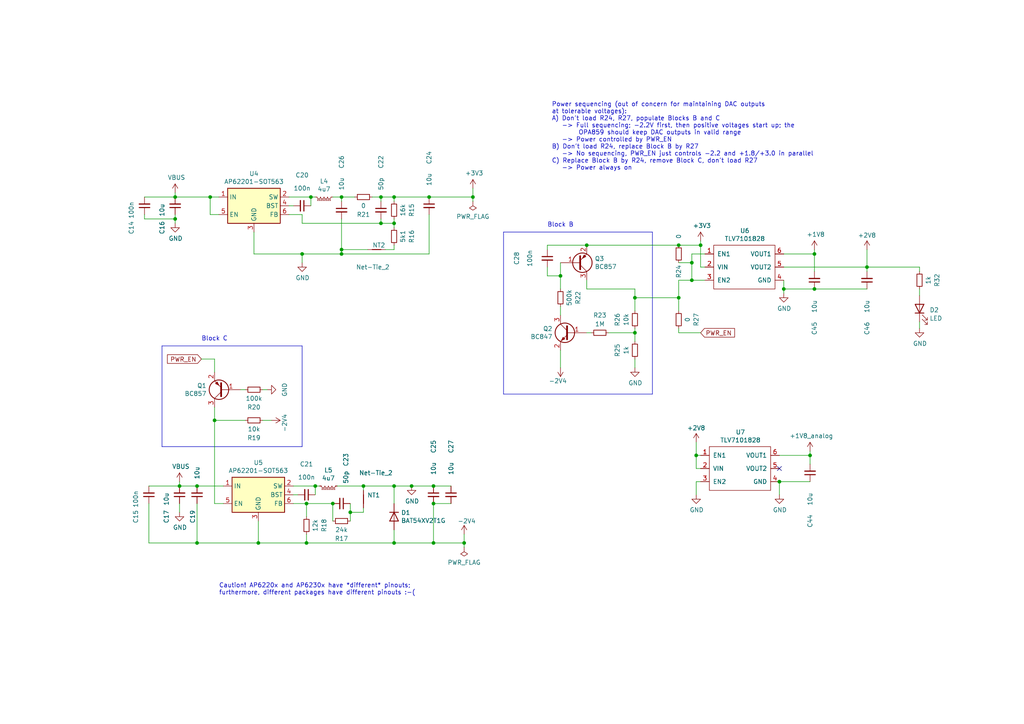
<source format=kicad_sch>
(kicad_sch (version 20230121) (generator eeschema)
  (paper "A4")
  (lib_symbols
    (symbol "Device:C_Small" (pin_numbers hide) (pin_names (offset 0.254) hide)
      (property "Reference" "C" (at 0.254 1.778 0))
      (property "Value" "C_Small" (at 0.254 -2.032 0))
      (symbol "C_Small_0_1"
        (polyline (pts (xy -1.524 -0.508) (xy 1.524 -0.508)) (stroke (width 0.3302)))
        (polyline (pts (xy -1.524 0.508) (xy 1.524 0.508)) (stroke (width 0.3048)))
      )
      (symbol "C_Small_1_1"
        (pin passive line (at 0 2.54 270) (length 2.032) (name "~") (number "1"))
        (pin passive line (at 0 -2.54 90) (length 2.032) (name "~") (number "2"))
      )
    )
    (symbol "Device:D" (pin_numbers hide) (pin_names (offset 1.016) hide)
      (property "Reference" "D" (at 0 2.54 0))
      (property "Value" "D" (at 0 -2.54 0))
      (symbol "D_0_1"
        (polyline (pts (xy -1.27 1.27) (xy -1.27 -1.27)) (stroke (width 0.254)))
        (polyline (pts (xy 1.27 0) (xy -1.27 0)))
        (polyline (pts (xy 1.27 1.27) (xy 1.27 -1.27) (xy -1.27 0) (xy 1.27 1.27)) (stroke (width 0.254)))
      )
      (symbol "D_1_1"
        (pin passive line (at -3.81 0 0) (length 2.54) (name "K") (number "1"))
        (pin passive line (at 3.81 0 180) (length 2.54) (name "A") (number "2"))
      )
    )
    (symbol "Device:LED" (pin_numbers hide) (pin_names (offset 1.016) hide)
      (property "Reference" "D" (at 0 2.54 0))
      (property "Value" "LED" (at 0 -2.54 0))
      (symbol "LED_0_1"
        (polyline (pts (xy -1.27 -1.27) (xy -1.27 1.27)) (stroke (width 0.254)))
        (polyline (pts (xy -1.27 0) (xy 1.27 0)))
        (polyline (pts (xy 1.27 -1.27) (xy 1.27 1.27) (xy -1.27 0) (xy 1.27 -1.27)) (stroke (width 0.254)))
        (polyline (pts (xy -3.048 -0.762) (xy -4.572 -2.286) (xy -3.81 -2.286) (xy -4.572 -2.286) (xy -4.572 -1.524)))
        (polyline (pts (xy -1.778 -0.762) (xy -3.302 -2.286) (xy -2.54 -2.286) (xy -3.302 -2.286) (xy -3.302 -1.524)))
      )
      (symbol "LED_1_1"
        (pin passive line (at -3.81 0 0) (length 2.54) (name "K") (number "1"))
        (pin passive line (at 3.81 0 180) (length 2.54) (name "A") (number "2"))
      )
    )
    (symbol "Device:R_Small" (pin_numbers hide) (pin_names (offset 0.254) hide)
      (property "Reference" "R" (at 0.762 0.508 0))
      (property "Value" "R_Small" (at 0.762 -1.016 0))
      (symbol "R_Small_0_1"
        (rectangle (start -0.762 1.778) (end 0.762 -1.778) (stroke (width 0.2032)))
      )
      (symbol "R_Small_1_1"
        (pin passive line (at 0 2.54 270) (length 0.762) (name "~") (number "1"))
        (pin passive line (at 0 -2.54 90) (length 0.762) (name "~") (number "2"))
      )
    )
    (symbol "Transistor_BJT:BC847" (pin_names (offset 0) hide)
      (property "Reference" "Q" (at 5.08 1.905 0))
      (property "Value" "BC847" (at 5.08 0 0))
      (symbol "BC847_0_1"
        (polyline (pts (xy 0.635 0.635) (xy 2.54 2.54)))
        (polyline (pts (xy 0.635 -0.635) (xy 2.54 -2.54) (xy 2.54 -2.54)))
        (polyline (pts (xy 0.635 1.905) (xy 0.635 -1.905) (xy 0.635 -1.905)) (stroke (width 0.508)))
        (polyline (pts (xy 1.27 -1.778) (xy 1.778 -1.27) (xy 2.286 -2.286) (xy 1.27 -1.778) (xy 1.27 -1.778)) (fill (type outline)))
        (circle (center 1.27 0) (radius 2.8194) (stroke (width 0.254)))
      )
      (symbol "BC847_1_1"
        (pin input line (at -5.08 0 0) (length 5.715) (name "B") (number "1"))
        (pin passive line (at 2.54 -5.08 90) (length 2.54) (name "E") (number "2"))
        (pin passive line (at 2.54 5.08 270) (length 2.54) (name "C") (number "3"))
      )
    )
    (symbol "Transistor_BJT:BC857" (pin_names (offset 0) hide)
      (property "Reference" "Q" (at 5.08 1.905 0))
      (property "Value" "BC857" (at 5.08 0 0))
      (symbol "BC857_0_1"
        (polyline (pts (xy 0.635 0.635) (xy 2.54 2.54)))
        (polyline (pts (xy 0.635 -0.635) (xy 2.54 -2.54) (xy 2.54 -2.54)))
        (polyline (pts (xy 0.635 1.905) (xy 0.635 -1.905) (xy 0.635 -1.905)) (stroke (width 0.508)))
        (polyline (pts (xy 2.286 -1.778) (xy 1.778 -2.286) (xy 1.27 -1.27) (xy 2.286 -1.778) (xy 2.286 -1.778)) (fill (type outline)))
        (circle (center 1.27 0) (radius 2.8194) (stroke (width 0.254)))
      )
      (symbol "BC857_1_1"
        (pin input line (at -5.08 0 0) (length 5.715) (name "B") (number "1"))
        (pin passive line (at 2.54 -5.08 90) (length 2.54) (name "E") (number "2"))
        (pin passive line (at 2.54 5.08 270) (length 2.54) (name "C") (number "3"))
      )
    )
    (symbol "fmc:+1V8_analog" (power) (pin_names (offset 0))
      (property "Value" "+1V8_analog" (at 0 3.556 0))
      (symbol "+1V8_analog_0_1"
        (polyline (pts (xy -0.762 1.27) (xy 0 2.54)))
        (polyline (pts (xy 0 0) (xy 0 2.54)))
        (polyline (pts (xy 0 2.54) (xy 0.762 1.27)))
      )
      (symbol "+1V8_analog_1_1"
        (pin power_in line (at 0 0 90) (length 0) hide (name "+1V8_analog") (number "1"))
      )
    )
    (symbol "fmc:-2V4" (power) (pin_names (offset 0))
      (property "Value" "-2V4" (at 0 3.556 0))
      (symbol "-2V4_0_1"
        (polyline (pts (xy -0.762 1.27) (xy 0 2.54)))
        (polyline (pts (xy 0 0) (xy 0 2.54)))
        (polyline (pts (xy 0 2.54) (xy 0.762 1.27)))
      )
      (symbol "-2V4_1_1"
        (pin power_in line (at 0 0 90) (length 0) hide (name "-2V4") (number "1"))
      )
    )
    (symbol "fmc:AP62200-SOT563"
      (property "Reference" "U" (at -7.62 6.35 0))
      (property "Value" "AP62200-SOT563" (at 2.54 6.35 0))
      (symbol "AP62200-SOT563_0_1"
        (rectangle (start -7.62 5.08) (end 7.62 -5.08) (stroke (width 0.254)) (fill (type background)))
      )
      (symbol "AP62200-SOT563_1_1"
        (pin power_in line (at -10.16 2.54 0) (length 2.54) (name "IN") (number "1"))
        (pin output line (at 10.16 2.54 180) (length 2.54) (name "SW") (number "2"))
        (pin power_in line (at 0 -7.62 90) (length 2.54) (name "GND") (number "3"))
        (pin passive line (at 10.16 0 180) (length 2.54) (name "BST") (number "4"))
        (pin input line (at -10.16 -2.54 0) (length 2.54) (name "EN") (number "5"))
        (pin input line (at 10.16 -2.54 180) (length 2.54) (name "FB") (number "6"))
      )
    )
    (symbol "fmc:TLV71x" (pin_names (offset 1.016))
      (property "Reference" "U" (at 0 -8.636 0))
      (property "Value" "TLV71x" (at -1.016 7.874 0))
      (symbol "TLV71x_0_1"
        (rectangle (start -8.89 6.35) (end 8.89 -6.35))
      )
      (symbol "TLV71x_1_1"
        (pin input line (at -11.43 3.81 0) (length 2.54) (name "EN1") (number "1"))
        (pin power_in line (at -11.43 0 0) (length 2.54) (name "VIN") (number "2"))
        (pin input line (at -11.43 -3.81 0) (length 2.54) (name "EN2") (number "3"))
        (pin power_in line (at 11.43 -3.81 180) (length 2.54) (name "GND") (number "4"))
        (pin power_out line (at 11.43 0 180) (length 2.54) (name "VOUT2") (number "5"))
        (pin power_out line (at 11.43 3.81 180) (length 2.54) (name "VOUT1") (number "6"))
      )
    )
    (symbol "power:+1V8" (power) (pin_names (offset 0))
      (property "Value" "+1V8" (at 0 3.556 0))
      (symbol "+1V8_0_1"
        (polyline (pts (xy -0.762 1.27) (xy 0 2.54)))
        (polyline (pts (xy 0 0) (xy 0 2.54)))
        (polyline (pts (xy 0 2.54) (xy 0.762 1.27)))
      )
      (symbol "+1V8_1_1"
        (pin power_in line (at 0 0 90) (length 0) hide (name "+1V8") (number "1"))
      )
    )
    (symbol "power:+2V8" (power) (pin_names (offset 0))
      (property "Value" "+2V8" (at 0 3.556 0))
      (symbol "+2V8_0_1"
        (polyline (pts (xy -0.762 1.27) (xy 0 2.54)))
        (polyline (pts (xy 0 0) (xy 0 2.54)))
        (polyline (pts (xy 0 2.54) (xy 0.762 1.27)))
      )
      (symbol "+2V8_1_1"
        (pin power_in line (at 0 0 90) (length 0) hide (name "+2V8") (number "1"))
      )
    )
    (symbol "power:+3V3" (power) (pin_names (offset 0))
      (property "Value" "+3V3" (at 0 3.556 0))
      (symbol "+3V3_0_1"
        (polyline (pts (xy -0.762 1.27) (xy 0 2.54)))
        (polyline (pts (xy 0 0) (xy 0 2.54)))
        (polyline (pts (xy 0 2.54) (xy 0.762 1.27)))
      )
      (symbol "+3V3_1_1"
        (pin power_in line (at 0 0 90) (length 0) hide (name "+3V3") (number "1"))
      )
    )
    (symbol "power:GND" (power) (pin_names (offset 0))
      (property "Value" "GND" (at 0 -3.81 0))
      (symbol "GND_0_1"
        (polyline (pts (xy 0 0) (xy 0 -1.27) (xy 1.27 -1.27) (xy 0 -2.54) (xy -1.27 -1.27) (xy 0 -1.27)))
      )
      (symbol "GND_1_1"
        (pin power_in line (at 0 0 270) (length 0) hide (name "GND") (number "1"))
      )
    )
    (symbol "power:PWR_FLAG" (power) (pin_numbers hide) (pin_names (offset 0) hide)
      (property "Value" "PWR_FLAG" (at 0 3.81 0))
      (symbol "PWR_FLAG_0_0"
        (pin power_out line (at 0 0 90) (length 0) (name "pwr") (number "1"))
      )
      (symbol "PWR_FLAG_0_1"
        (polyline (pts (xy 0 0) (xy 0 1.27) (xy -1.016 1.905) (xy 0 2.54) (xy 1.016 1.905) (xy 0 1.27)))
      )
    )
    (symbol "power:VBUS" (power) (pin_names (offset 0))
      (property "Value" "VBUS" (at 0 3.81 0))
      (symbol "VBUS_0_1"
        (polyline (pts (xy -0.762 1.27) (xy 0 2.54)))
        (polyline (pts (xy 0 0) (xy 0 2.54)))
        (polyline (pts (xy 0 2.54) (xy 0.762 1.27)))
      )
      (symbol "VBUS_1_1"
        (pin power_in line (at 0 0 90) (length 0) hide (name "VBUS") (number "1"))
      )
    )
    (symbol "siggen-rescue:L_Core_Ferrite_Small-Device" (pin_numbers hide) (pin_names (offset 0.254) hide)
      (property "Reference" "L" (at 1.27 1.016 0))
      (property "Value" "Device_L_Core_Ferrite_Small" (at 1.27 -1.27 0))
      (symbol "L_Core_Ferrite_Small-Device_0_1"
        (arc (start 0 -2.032) (mid 0.5058 -1.524) (end 0 -1.016))
        (arc (start 0 -1.016) (mid 0.5058 -0.508) (end 0 0))
        (polyline (pts (xy 0.762 -1.905) (xy 0.762 -1.651)))
        (polyline (pts (xy 0.762 -1.397) (xy 0.762 -1.143)))
        (polyline (pts (xy 0.762 -0.889) (xy 0.762 -0.635)))
        (polyline (pts (xy 0.762 -0.381) (xy 0.762 -0.127)))
        (polyline (pts (xy 0.762 0.127) (xy 0.762 0.381)))
        (polyline (pts (xy 0.762 0.635) (xy 0.762 0.889)))
        (polyline (pts (xy 0.762 1.143) (xy 0.762 1.397)))
        (polyline (pts (xy 0.762 1.651) (xy 0.762 1.905)))
        (polyline (pts (xy 1.016 -1.651) (xy 1.016 -1.905)))
        (polyline (pts (xy 1.016 -1.143) (xy 1.016 -1.397)))
        (polyline (pts (xy 1.016 -0.635) (xy 1.016 -0.889)))
        (polyline (pts (xy 1.016 -0.127) (xy 1.016 -0.381)))
        (polyline (pts (xy 1.016 0.381) (xy 1.016 0.127)))
        (polyline (pts (xy 1.016 0.889) (xy 1.016 0.635)))
        (polyline (pts (xy 1.016 1.397) (xy 1.016 1.143)))
        (polyline (pts (xy 1.016 1.905) (xy 1.016 1.651)))
        (arc (start 0 0) (mid 0.5058 0.508) (end 0 1.016))
        (arc (start 0 1.016) (mid 0.5058 1.524) (end 0 2.032))
      )
      (symbol "L_Core_Ferrite_Small-Device_1_1"
        (pin passive line (at 0 2.54 270) (length 0.508) (name "~") (number "1"))
        (pin passive line (at 0 -2.54 90) (length 0.508) (name "~") (number "2"))
      )
    )
    (symbol "siggen-rescue:Net-Tie_2-Device" (pin_numbers hide) (pin_names (offset 0) hide)
      (property "Reference" "NT" (at 0 1.27 0))
      (property "Value" "Device_Net-Tie_2" (at 0 -1.27 0))
      (symbol "Net-Tie_2-Device_0_1"
        (polyline (pts (xy -1.27 0) (xy 1.27 0)) (stroke (width 0.254)))
      )
      (symbol "Net-Tie_2-Device_1_1"
        (pin passive line (at -2.54 0 0) (length 2.54) (name "1") (number "1"))
        (pin passive line (at 2.54 0 180) (length 2.54) (name "2") (number "2"))
      )
    )
  )
  (junction (at 50.8 57.15))
  (junction (at 110.49 57.15))
  (junction (at 200.66 81.28))
  (junction (at 137.16 57.15))
  (junction (at 196.85 71.12))
  (junction (at 99.06 72.39))
  (junction (at 57.15 157.48))
  (junction (at 124.46 57.15))
  (junction (at 90.17 57.15))
  (junction (at 234.95 132.08))
  (junction (at 57.15 140.97))
  (junction (at 52.07 140.97))
  (junction (at 114.3 140.97))
  (junction (at 201.93 132.08))
  (junction (at 101.6 148.59))
  (junction (at 114.3 57.15))
  (junction (at 184.15 86.36))
  (junction (at 50.8 63.5))
  (junction (at 184.15 96.52))
  (junction (at 236.22 73.66))
  (junction (at 88.9 146.05))
  (junction (at 134.62 157.48))
  (junction (at 203.2 71.12))
  (junction (at 125.73 146.05))
  (junction (at 62.23 121.92))
  (junction (at 236.22 83.82))
  (junction (at 119.38 140.97))
  (junction (at 251.46 77.47))
  (junction (at 105.41 140.97))
  (junction (at 170.18 71.12))
  (junction (at 88.9 157.48))
  (junction (at 99.06 57.15))
  (junction (at 91.44 140.97))
  (junction (at 200.66 76.2))
  (junction (at 125.73 140.97))
  (junction (at 162.56 80.01))
  (junction (at 60.96 57.15))
  (junction (at 114.3 157.48))
  (junction (at 226.06 139.7))
  (junction (at 125.73 157.48))
  (junction (at 87.63 73.66))
  (junction (at 227.33 83.82))
  (junction (at 110.49 64.77))
  (junction (at 74.93 157.48))
  (junction (at 196.85 86.36))
  (junction (at 96.52 146.05))
  (junction (at 114.3 64.77))
  (junction (at 99.06 73.66))
  (no_connect (at 226.06 135.89))
  (wire (pts (xy 114.3 146.05) (xy 114.3 140.97)))
  (wire (pts (xy 111.76 72.39) (xy 114.3 72.39)))
  (wire (pts (xy 52.07 139.7) (xy 52.07 140.97)))
  (wire (pts (xy 162.56 76.2) (xy 162.56 80.01)))
  (wire (pts (xy 52.07 140.97) (xy 57.15 140.97)))
  (wire (pts (xy 196.85 86.36) (xy 196.85 81.28)))
  (wire (pts (xy 226.06 139.7) (xy 226.06 143.51)))
  (wire (pts (xy 266.7 77.47) (xy 266.7 78.74)))
  (wire (pts (xy 201.93 132.08) (xy 201.93 135.89)))
  (wire (pts (xy 236.22 78.74) (xy 236.22 73.66)))
  (wire (pts (xy 170.18 71.12) (xy 196.85 71.12)))
  (wire (pts (xy 196.85 95.25) (xy 196.85 96.52)))
  (wire (pts (xy 87.63 62.23) (xy 87.63 64.77)))
  (wire (pts (xy 125.73 157.48) (xy 114.3 157.48)))
  (wire (pts (xy 200.66 81.28) (xy 204.47 81.28)))
  (wire (pts (xy 170.18 96.52) (xy 171.45 96.52)))
  (wire (pts (xy 226.06 132.08) (xy 234.95 132.08)))
  (wire (pts (xy 96.52 151.13) (xy 96.52 146.05)))
  (wire (pts (xy 227.33 81.28) (xy 227.33 83.82)))
  (wire (pts (xy 87.63 64.77) (xy 110.49 64.77)))
  (polyline (pts (xy 87.63 100.33) (xy 87.63 129.54)))
  (polyline (pts (xy 189.23 67.31) (xy 189.23 114.3)))
  (wire (pts (xy 234.95 132.08) (xy 234.95 130.81)))
  (wire (pts (xy 57.15 146.05) (xy 57.15 157.48)))
  (wire (pts (xy 251.46 83.82) (xy 236.22 83.82)))
  (wire (pts (xy 200.66 76.2) (xy 200.66 81.28)))
  (wire (pts (xy 50.8 55.88) (xy 50.8 57.15)))
  (wire (pts (xy 162.56 106.68) (xy 162.56 101.6)))
  (wire (pts (xy 62.23 118.11) (xy 62.23 121.92)))
  (wire (pts (xy 196.85 96.52) (xy 203.2 96.52)))
  (wire (pts (xy 201.93 139.7) (xy 201.93 143.51)))
  (wire (pts (xy 91.44 143.51) (xy 91.44 140.97)))
  (wire (pts (xy 162.56 88.9) (xy 162.56 91.44)))
  (wire (pts (xy 158.75 77.47) (xy 158.75 80.01)))
  (wire (pts (xy 227.33 73.66) (xy 236.22 73.66)))
  (wire (pts (xy 203.2 69.85) (xy 203.2 71.12)))
  (wire (pts (xy 105.41 148.59) (xy 105.41 147.32)))
  (wire (pts (xy 64.77 146.05) (xy 62.23 146.05)))
  (wire (pts (xy 134.62 154.94) (xy 134.62 157.48)))
  (wire (pts (xy 200.66 73.66) (xy 200.66 76.2)))
  (wire (pts (xy 170.18 81.28) (xy 170.18 83.82)))
  (wire (pts (xy 41.91 62.23) (xy 41.91 63.5)))
  (wire (pts (xy 176.53 96.52) (xy 184.15 96.52)))
  (wire (pts (xy 76.2 113.03) (xy 77.47 113.03)))
  (wire (pts (xy 251.46 77.47) (xy 251.46 72.39)))
  (wire (pts (xy 43.18 157.48) (xy 57.15 157.48)))
  (wire (pts (xy 57.15 157.48) (xy 74.93 157.48)))
  (wire (pts (xy 201.93 135.89) (xy 203.2 135.89)))
  (wire (pts (xy 62.23 104.14) (xy 62.23 107.95)))
  (wire (pts (xy 236.22 83.82) (xy 227.33 83.82)))
  (polyline (pts (xy 46.99 129.54) (xy 46.99 100.33)))
  (wire (pts (xy 52.07 146.05) (xy 52.07 148.59)))
  (wire (pts (xy 76.2 121.92) (xy 78.74 121.92)))
  (wire (pts (xy 114.3 63.5) (xy 114.3 64.77)))
  (wire (pts (xy 43.18 146.05) (xy 43.18 157.48)))
  (wire (pts (xy 184.15 83.82) (xy 184.15 86.36)))
  (wire (pts (xy 110.49 64.77) (xy 114.3 64.77)))
  (wire (pts (xy 50.8 57.15) (xy 60.96 57.15)))
  (wire (pts (xy 137.16 54.61) (xy 137.16 57.15)))
  (wire (pts (xy 226.06 139.7) (xy 234.95 139.7)))
  (wire (pts (xy 91.44 140.97) (xy 85.09 140.97)))
  (wire (pts (xy 110.49 58.42) (xy 110.49 57.15)))
  (wire (pts (xy 99.06 63.5) (xy 99.06 72.39)))
  (wire (pts (xy 88.9 157.48) (xy 114.3 157.48)))
  (wire (pts (xy 114.3 64.77) (xy 114.3 66.04)))
  (wire (pts (xy 227.33 83.82) (xy 227.33 85.09)))
  (wire (pts (xy 227.33 77.47) (xy 251.46 77.47)))
  (wire (pts (xy 60.96 62.23) (xy 60.96 57.15)))
  (wire (pts (xy 158.75 80.01) (xy 162.56 80.01)))
  (wire (pts (xy 203.2 71.12) (xy 203.2 77.47)))
  (wire (pts (xy 85.09 146.05) (xy 88.9 146.05)))
  (wire (pts (xy 99.06 57.15) (xy 99.06 58.42)))
  (wire (pts (xy 184.15 104.14) (xy 184.15 106.68)))
  (wire (pts (xy 91.44 57.15) (xy 90.17 57.15)))
  (wire (pts (xy 184.15 86.36) (xy 184.15 90.17)))
  (polyline (pts (xy 46.99 100.33) (xy 87.63 100.33)))
  (wire (pts (xy 119.38 140.97) (xy 125.73 140.97)))
  (wire (pts (xy 234.95 134.62) (xy 234.95 132.08)))
  (wire (pts (xy 99.06 57.15) (xy 96.52 57.15)))
  (wire (pts (xy 69.85 113.03) (xy 71.12 113.03)))
  (wire (pts (xy 41.91 63.5) (xy 50.8 63.5)))
  (wire (pts (xy 196.85 81.28) (xy 200.66 81.28)))
  (wire (pts (xy 107.95 57.15) (xy 110.49 57.15)))
  (wire (pts (xy 105.41 142.24) (xy 105.41 140.97)))
  (wire (pts (xy 99.06 73.66) (xy 124.46 73.66)))
  (wire (pts (xy 203.2 132.08) (xy 201.93 132.08)))
  (wire (pts (xy 114.3 58.42) (xy 114.3 57.15)))
  (wire (pts (xy 90.17 59.69) (xy 90.17 57.15)))
  (wire (pts (xy 196.85 71.12) (xy 203.2 71.12)))
  (wire (pts (xy 184.15 96.52) (xy 184.15 99.06)))
  (polyline (pts (xy 87.63 129.54) (xy 46.99 129.54)))
  (wire (pts (xy 87.63 76.2) (xy 87.63 73.66)))
  (wire (pts (xy 43.18 140.97) (xy 52.07 140.97)))
  (wire (pts (xy 204.47 73.66) (xy 200.66 73.66)))
  (wire (pts (xy 87.63 73.66) (xy 73.66 73.66)))
  (wire (pts (xy 184.15 86.36) (xy 196.85 86.36)))
  (wire (pts (xy 110.49 63.5) (xy 110.49 64.77)))
  (wire (pts (xy 251.46 77.47) (xy 266.7 77.47)))
  (polyline (pts (xy 189.23 114.3) (xy 146.05 114.3)))
  (wire (pts (xy 162.56 80.01) (xy 162.56 83.82)))
  (wire (pts (xy 86.36 143.51) (xy 85.09 143.51)))
  (wire (pts (xy 201.93 128.27) (xy 201.93 132.08)))
  (wire (pts (xy 88.9 146.05) (xy 96.52 146.05)))
  (wire (pts (xy 236.22 73.66) (xy 236.22 72.39)))
  (wire (pts (xy 105.41 140.97) (xy 114.3 140.97)))
  (wire (pts (xy 63.5 62.23) (xy 60.96 62.23)))
  (wire (pts (xy 137.16 57.15) (xy 137.16 58.42)))
  (wire (pts (xy 125.73 140.97) (xy 130.81 140.97)))
  (wire (pts (xy 87.63 73.66) (xy 99.06 73.66)))
  (wire (pts (xy 92.71 140.97) (xy 91.44 140.97)))
  (wire (pts (xy 101.6 148.59) (xy 101.6 151.13)))
  (wire (pts (xy 170.18 83.82) (xy 184.15 83.82)))
  (wire (pts (xy 201.93 139.7) (xy 203.2 139.7)))
  (wire (pts (xy 90.17 57.15) (xy 83.82 57.15)))
  (wire (pts (xy 88.9 146.05) (xy 88.9 149.86)))
  (wire (pts (xy 74.93 157.48) (xy 88.9 157.48)))
  (polyline (pts (xy 146.05 67.31) (xy 189.23 67.31)))
  (wire (pts (xy 114.3 140.97) (xy 119.38 140.97)))
  (wire (pts (xy 41.91 57.15) (xy 50.8 57.15)))
  (wire (pts (xy 85.09 59.69) (xy 83.82 59.69)))
  (wire (pts (xy 130.81 146.05) (xy 125.73 146.05)))
  (wire (pts (xy 114.3 72.39) (xy 114.3 71.12)))
  (wire (pts (xy 62.23 121.92) (xy 62.23 146.05)))
  (wire (pts (xy 114.3 57.15) (xy 124.46 57.15)))
  (polyline (pts (xy 146.05 114.3) (xy 146.05 67.31)))
  (wire (pts (xy 50.8 64.77) (xy 50.8 63.5)))
  (wire (pts (xy 71.12 121.92) (xy 62.23 121.92)))
  (wire (pts (xy 114.3 153.67) (xy 114.3 157.48)))
  (wire (pts (xy 134.62 157.48) (xy 125.73 157.48)))
  (wire (pts (xy 125.73 146.05) (xy 125.73 157.48)))
  (wire (pts (xy 101.6 148.59) (xy 105.41 148.59)))
  (wire (pts (xy 74.93 151.13) (xy 74.93 157.48)))
  (wire (pts (xy 134.62 158.75) (xy 134.62 157.48)))
  (wire (pts (xy 97.79 140.97) (xy 105.41 140.97)))
  (wire (pts (xy 124.46 62.23) (xy 124.46 73.66)))
  (wire (pts (xy 196.85 76.2) (xy 200.66 76.2)))
  (wire (pts (xy 184.15 95.25) (xy 184.15 96.52)))
  (wire (pts (xy 158.75 71.12) (xy 170.18 71.12)))
  (wire (pts (xy 102.87 57.15) (xy 99.06 57.15)))
  (wire (pts (xy 99.06 72.39) (xy 99.06 73.66)))
  (wire (pts (xy 83.82 62.23) (xy 87.63 62.23)))
  (wire (pts (xy 101.6 146.05) (xy 101.6 148.59)))
  (wire (pts (xy 266.7 93.345) (xy 266.7 95.25)))
  (wire (pts (xy 110.49 57.15) (xy 114.3 57.15)))
  (wire (pts (xy 196.85 86.36) (xy 196.85 90.17)))
  (wire (pts (xy 203.2 77.47) (xy 204.47 77.47)))
  (wire (pts (xy 266.7 83.82) (xy 266.7 85.725)))
  (wire (pts (xy 58.42 104.14) (xy 62.23 104.14)))
  (wire (pts (xy 158.75 72.39) (xy 158.75 71.12)))
  (wire (pts (xy 251.46 78.74) (xy 251.46 77.47)))
  (wire (pts (xy 88.9 154.94) (xy 88.9 157.48)))
  (wire (pts (xy 73.66 67.31) (xy 73.66 73.66)))
  (wire (pts (xy 57.15 140.97) (xy 64.77 140.97)))
  (wire (pts (xy 50.8 63.5) (xy 50.8 62.23)))
  (wire (pts (xy 60.96 57.15) (xy 63.5 57.15)))
  (wire (pts (xy 106.68 72.39) (xy 99.06 72.39)))
  (wire (pts (xy 124.46 57.15) (xy 137.16 57.15)))
  (text "Block B" (at 158.75 66.04 0) (effects (font (size 1.27 1.27)) (justify left bottom)))
  (text "Power sequencing (out of concern for maintaining DAC outputs\nat tolerable voltages):\nA) Don't load R24, R27, populate Blocks B and C\n   -> Full sequencing; -2.2V first, then positive voltages start up; the\n        OPA859 should keep DAC outputs in valid range\n   -> Power controlled by PWR_EN\nB) Don't load R24, replace Block B by R27\n   -> No sequencing, PWR_EN just controls -2.2 and +1.8/+3.0 in parallel\nC) Replace Block B by R24, remove Block C, don't load R27\n   -> Power always on" (at 160.02 49.53 0) (effects (font (size 1.27 1.27)) (justify left bottom)))
  (text "Block C" (at 58.42 99.06 0) (effects (font (size 1.27 1.27)) (justify left bottom)))
  (text "Caution! AP6220x and AP6230x have *different* pinouts;\nfurthermore, different packages have different pinouts :-(" (at 63.5 172.72 0) (effects (font (size 1.27 1.27)) (justify left bottom)))
  (global_label "PWR_EN" (shape input) (at 58.42 104.14 180) (property "Intersheetrefs" "${INTERSHEET_REFS}" (effects hide)))
  (global_label "PWR_EN" (shape input) (at 203.2 96.52 0) (property "Intersheetrefs" "${INTERSHEET_REFS}" (effects hide)))
  (symbol (lib_id "power:GND") (at 119.38 140.97 0) (unit 1)
    (property "Reference" "#PWR0110" (effects hide))
    (property "Value" "GND" (at 119.507 145.3642 0))
  )
  (symbol (lib_id "Device:C_Small") (at 88.9 143.51 270) (unit 1)
    (property "Reference" "C21" (at 88.9 134.62 90))
    (property "Value" "100n" (at 88.9 138.43 90))
    (property "Footprint" "Capacitor_SMD:C_0603_1608Metric" (effects hide))
  )
  (symbol (lib_id "siggen-rescue:L_Core_Ferrite_Small-Device") (at 95.25 140.97 270) (unit 1)
    (property "Reference" "L5" (at 95.25 136.3726 90))
    (property "Value" "4u7" (at 95.25 138.684 90))
    (property "Footprint" "Inductor_SMD:L_Taiyo-Yuden_NR-50xx" (effects hide))
  )
  (symbol (lib_id "Device:R_Small") (at 99.06 151.13 90) (unit 1)
    (property "Reference" "R17" (at 99.06 156.21 90))
    (property "Value" "24k" (at 99.06 153.67 90))
    (property "Footprint" "Resistor_SMD:R_0603_1608Metric" (effects hide))
  )
  (symbol (lib_id "Device:R_Small") (at 88.9 152.4 180) (unit 1)
    (property "Reference" "R18" (at 93.98 152.4 90))
    (property "Value" "12k" (at 91.44 152.4 90))
    (property "Footprint" "Resistor_SMD:R_0603_1608Metric" (effects hide))
  )
  (symbol (lib_id "Device:C_Small") (at 99.06 146.05 270) (unit 1)
    (property "Reference" "C23" (at 100.33 133.35 0))
    (property "Value" "50p" (at 100.33 138.43 0))
    (property "Footprint" "Capacitor_SMD:C_0603_1608Metric" (effects hide))
  )
  (symbol (lib_id "Device:C_Small") (at 125.73 143.51 0) (unit 1)
    (property "Reference" "C25" (at 125.73 129.54 90))
    (property "Value" "10u" (at 125.73 135.89 90))
    (property "Footprint" "Capacitor_SMD:C_1206_3216Metric" (effects hide))
  )
  (symbol (lib_id "Device:C_Small") (at 130.81 143.51 0) (unit 1)
    (property "Reference" "C27" (at 130.81 129.54 90))
    (property "Value" "10u" (at 130.81 135.89 90))
    (property "Footprint" "Capacitor_SMD:C_1206_3216Metric" (effects hide))
  )
  (symbol (lib_id "Device:C_Small") (at 52.07 143.51 180) (unit 1)
    (property "Reference" "C17" (at 48.26 149.86 90))
    (property "Value" "10u" (at 48.26 144.78 90))
    (property "Footprint" "Capacitor_SMD:C_1206_3216Metric" (effects hide))
  )
  (symbol (lib_id "Device:C_Small") (at 57.15 143.51 180) (unit 1)
    (property "Reference" "C19" (at 55.88 149.86 90))
    (property "Value" "10u" (at 57.15 137.16 90))
    (property "Footprint" "Capacitor_SMD:C_1206_3216Metric" (effects hide))
  )
  (symbol (lib_id "power:GND") (at 52.07 148.59 0) (unit 1)
    (property "Reference" "#PWR0111" (effects hide))
    (property "Value" "GND" (at 52.197 152.9842 0))
  )
  (symbol (lib_id "power:PWR_FLAG") (at 134.62 158.75 0) (mirror x) (unit 1)
    (property "Reference" "#FLG0102" (effects hide))
    (property "Value" "PWR_FLAG" (at 134.62 163.1442 0))
  )
  (symbol (lib_id "fmc:AP62200-SOT563") (at 74.93 143.51 0) (unit 1)
    (property "Reference" "U5" (at 74.93 134.1882 0))
    (property "Value" "AP62201-SOT563" (at 74.93 136.4996 0))
    (property "Footprint" "proj_footprints:SOT-563-adjusted" (effects hide))
    (property "Datasheet" "https://www.diodes.com/assets/Datasheets/AP63200-AP63201-AP63203-AP63205.pdf" (effects hide))
  )
  (symbol (lib_id "Device:C_Small") (at 43.18 143.51 180) (unit 1)
    (property "Reference" "C15" (at 39.37 149.86 90))
    (property "Value" "100n" (at 39.37 144.78 90))
    (property "Footprint" "Capacitor_SMD:C_0603_1608Metric" (effects hide))
  )
  (symbol (lib_id "power:GND") (at 87.63 76.2 0) (unit 1)
    (property "Reference" "#PWR0114" (effects hide))
    (property "Value" "GND" (at 87.757 80.5942 0))
  )
  (symbol (lib_id "Device:C_Small") (at 87.63 59.69 270) (unit 1)
    (property "Reference" "C20" (at 87.63 50.8 90))
    (property "Value" "100n" (at 87.63 54.61 90))
    (property "Footprint" "Capacitor_SMD:C_0603_1608Metric" (effects hide))
  )
  (symbol (lib_id "siggen-rescue:L_Core_Ferrite_Small-Device") (at 93.98 57.15 270) (unit 1)
    (property "Reference" "L4" (at 93.98 52.5526 90))
    (property "Value" "4u7" (at 93.98 54.864 90))
    (property "Footprint" "Inductor_SMD:L_Taiyo-Yuden_NR-50xx" (effects hide))
  )
  (symbol (lib_id "Device:R_Small") (at 114.3 60.96 180) (unit 1)
    (property "Reference" "R15" (at 119.38 60.96 90))
    (property "Value" "16k" (at 116.84 60.96 90))
    (property "Footprint" "Resistor_SMD:R_0603_1608Metric" (effects hide))
  )
  (symbol (lib_id "Device:R_Small") (at 114.3 68.58 180) (unit 1)
    (property "Reference" "R16" (at 119.38 68.58 90))
    (property "Value" "5k1" (at 116.84 68.58 90))
    (property "Footprint" "Resistor_SMD:R_0603_1608Metric" (effects hide))
  )
  (symbol (lib_id "Device:C_Small") (at 110.49 60.96 0) (unit 1)
    (property "Reference" "C22" (at 110.49 46.99 90))
    (property "Value" "50p" (at 110.49 53.34 90))
    (property "Footprint" "Capacitor_SMD:C_0603_1608Metric" (effects hide))
  )
  (symbol (lib_id "Device:C_Small") (at 124.46 59.69 0) (unit 1)
    (property "Reference" "C24" (at 124.46 45.72 90))
    (property "Value" "10u" (at 124.46 52.07 90))
    (property "Footprint" "Capacitor_SMD:C_1206_3216Metric" (effects hide))
  )
  (symbol (lib_id "Device:C_Small") (at 99.06 60.96 0) (unit 1)
    (property "Reference" "C26" (at 99.06 46.99 90))
    (property "Value" "10u" (at 99.06 53.34 90))
    (property "Footprint" "Capacitor_SMD:C_1206_3216Metric" (effects hide))
  )
  (symbol (lib_id "Device:C_Small") (at 50.8 59.69 180) (unit 1)
    (property "Reference" "C16" (at 46.99 66.04 90))
    (property "Value" "10u" (at 46.99 60.96 90))
    (property "Footprint" "Capacitor_SMD:C_1206_3216Metric" (effects hide))
  )
  (symbol (lib_id "power:GND") (at 50.8 64.77 0) (unit 1)
    (property "Reference" "#PWR0115" (effects hide))
    (property "Value" "GND" (at 50.927 69.1642 0))
  )
  (symbol (lib_id "power:PWR_FLAG") (at 137.16 58.42 0) (mirror x) (unit 1)
    (property "Reference" "#FLG0103" (effects hide))
    (property "Value" "PWR_FLAG" (at 137.16 62.8142 0))
  )
  (symbol (lib_id "fmc:AP62200-SOT563") (at 73.66 59.69 0) (unit 1)
    (property "Reference" "U4" (at 73.66 50.3682 0))
    (property "Value" "AP62201-SOT563" (at 73.66 52.6796 0))
    (property "Footprint" "proj_footprints:SOT-563-adjusted" (effects hide))
    (property "Datasheet" "https://www.diodes.com/assets/Datasheets/AP63200-AP63201-AP63203-AP63205.pdf" (effects hide))
  )
  (symbol (lib_id "Device:C_Small") (at 41.91 59.69 180) (unit 1)
    (property "Reference" "C14" (at 38.1 66.04 90))
    (property "Value" "100n" (at 38.1 60.96 90))
    (property "Footprint" "Capacitor_SMD:C_0603_1608Metric" (effects hide))
  )
  (symbol (lib_id "power:+3V3") (at 137.16 54.61 0) (unit 1)
    (property "Reference" "#PWR?" (effects hide))
    (property "Value" "+3V3" (at 137.541 50.2158 0))
    (instances (project "siggen" (path "" (reference "#PWR?") (unit 1)) (path "" (reference "#PWR?") (unit 1)) (path "" (reference "#PWR0117") (unit 1))))
  )
  (symbol (lib_id "Device:D") (at 114.3 149.86 90) (mirror x) (unit 1)
    (property "Reference" "D1" (at 116.332 148.6916 90) (effects (justify right)))
    (property "Value" "BAT54XV2T1G" (at 116.332 151.003 90) (effects (justify right)))
    (property "Footprint" "Diode_SMD:D_SOD-523" (effects hide))
  )
  (symbol (lib_id "fmc:TLV71x") (at 215.9 77.47 0) (unit 1)
    (property "Reference" "U6" (at 216.027 66.929 0))
    (property "Value" "TLV7101828" (at 216.027 69.2404 0))
    (property "Footprint" "Package_SON:WSON-6_1.5x1.5mm_P0.5mm" (effects hide))
  )
  (symbol (lib_id "power:+1V8") (at 236.22 72.39 0) (unit 1)
    (property "Reference" "#PWR?" (effects hide))
    (property "Value" "+1V8" (at 236.601 67.9958 0))
    (instances (project "siggen" (path "" (reference "#PWR?") (unit 1)) (path "" (reference "#PWR?") (unit 1)) (path "" (reference "#PWR0118") (unit 1))))
  )
  (symbol (lib_id "fmc:+1V8_analog") (at 234.95 130.81 0) (unit 1)
    (property "Reference" "#PWR?" (effects hide))
    (property "Value" "+1V8_analog" (at 235.331 126.4158 0))
    (instances (project "siggen" (path "" (reference "#PWR?") (unit 1)) (path "" (reference "#PWR?") (unit 1)) (path "" (reference "#PWR0119") (unit 1))))
  )
  (symbol (lib_id "power:GND") (at 227.33 85.09 0) (unit 1)
    (property "Reference" "#PWR0121" (effects hide))
    (property "Value" "GND" (at 227.457 89.4842 0))
  )
  (symbol (lib_id "power:+3V3") (at 203.2 69.85 0) (unit 1)
    (property "Reference" "#PWR?" (effects hide))
    (property "Value" "+3V3" (at 203.581 65.4558 0))
    (instances (project "siggen" (path "" (reference "#PWR?") (unit 1)) (path "" (reference "#PWR?") (unit 1)) (path "" (reference "#PWR0122") (unit 1))))
  )
  (symbol (lib_id "fmc:TLV71x") (at 214.63 135.89 0) (unit 1)
    (property "Reference" "U7" (at 214.757 125.349 0))
    (property "Value" "TLV7101828" (at 214.757 127.6604 0))
    (property "Footprint" "Package_SON:WSON-6_1.5x1.5mm_P0.5mm" (effects hide))
  )
  (symbol (lib_id "power:GND") (at 226.06 143.51 0) (unit 1)
    (property "Reference" "#PWR0123" (effects hide))
    (property "Value" "GND" (at 226.187 147.9042 0))
  )
  (symbol (lib_id "power:GND") (at 201.93 143.51 0) (unit 1)
    (property "Reference" "#PWR0125" (effects hide))
    (property "Value" "GND" (at 202.057 147.9042 0))
  )
  (symbol (lib_id "Device:R_Small") (at 184.15 101.6 0) (mirror x) (unit 1)
    (property "Reference" "R25" (at 179.07 101.6 90))
    (property "Value" "1k" (at 181.61 101.6 90))
    (property "Footprint" "Resistor_SMD:R_0603_1608Metric" (effects hide))
  )
  (symbol (lib_id "Device:R_Small") (at 196.85 73.66 0) (mirror x) (unit 1)
    (property "Reference" "R24" (at 196.85 78.74 90))
    (property "Value" "0" (at 196.85 68.58 90))
    (property "Footprint" "Resistor_SMD:R_0603_1608Metric" (effects hide))
  )
  (symbol (lib_id "Device:R_Small") (at 173.99 96.52 90) (mirror x) (unit 1)
    (property "Reference" "R23" (at 173.99 91.44 90))
    (property "Value" "1M" (at 173.99 93.98 90))
    (property "Footprint" "Resistor_SMD:R_0603_1608Metric" (effects hide))
  )
  (symbol (lib_id "Device:R_Small") (at 162.56 86.36 0) (mirror y) (unit 1)
    (property "Reference" "R22" (at 167.64 86.36 90))
    (property "Value" "500k" (at 165.1 86.36 90))
    (property "Footprint" "Resistor_SMD:R_0603_1608Metric" (effects hide))
  )
  (symbol (lib_id "power:VBUS") (at 52.07 139.7 0) (unit 1)
    (property "Reference" "#PWR032" (effects hide))
    (property "Value" "VBUS" (at 52.451 135.3058 0))
    (instances (project "siggen" (path "" (reference "#PWR032") (unit 1)) (path "" (reference "#PWR?") (unit 1))))
  )
  (symbol (lib_id "Device:R_Small") (at 105.41 57.15 90) (unit 1)
    (property "Reference" "R21" (at 105.41 62.23 90))
    (property "Value" "0" (at 105.41 59.69 90))
    (property "Footprint" "Resistor_SMD:R_0603_1608Metric" (effects hide))
  )
  (symbol (lib_id "power:VBUS") (at 50.8 55.88 0) (unit 1)
    (property "Reference" "#PWR031" (effects hide))
    (property "Value" "VBUS" (at 51.181 51.4858 0))
    (instances (project "siggen" (path "" (reference "#PWR031") (unit 1)) (path "" (reference "#PWR?") (unit 1))))
  )
  (symbol (lib_id "Device:R_Small") (at 73.66 121.92 270) (mirror x) (unit 1)
    (property "Reference" "R19" (at 73.66 127 90))
    (property "Value" "10k" (at 73.66 124.46 90))
    (property "Footprint" "Resistor_SMD:R_0603_1608Metric" (effects hide))
  )
  (symbol (lib_id "Device:R_Small") (at 73.66 113.03 90) (unit 1)
    (property "Reference" "R20" (at 73.66 118.11 90))
    (property "Value" "100k" (at 73.66 115.57 90))
    (property "Footprint" "Resistor_SMD:R_0603_1608Metric" (effects hide))
  )
  (symbol (lib_id "power:GND") (at 77.47 113.03 90) (unit 1)
    (property "Reference" "#PWR017" (effects hide))
    (property "Value" "GND" (at 82.55 113.03 0))
  )
  (symbol (lib_id "Transistor_BJT:BC857") (at 167.64 76.2 0) (mirror x) (unit 1)
    (property "Reference" "Q3" (at 172.4914 75.0316 0) (effects (justify left)))
    (property "Value" "BC857" (at 172.4914 77.343 0) (effects (justify left)))
    (property "Footprint" "Package_TO_SOT_SMD:SOT-23" (effects hide))
    (property "Datasheet" "https://www.onsemi.com/pub/Collateral/BC860-D.pdf" (effects hide))
  )
  (symbol (lib_id "Transistor_BJT:BC847") (at 165.1 96.52 0) (mirror y) (unit 1)
    (property "Reference" "Q2" (at 160.2486 95.3516 0) (effects (justify left)))
    (property "Value" "BC847" (at 160.2486 97.663 0) (effects (justify left)))
    (property "Footprint" "Package_TO_SOT_SMD:SOT-23" (effects hide))
    (property "Datasheet" "http://www.infineon.com/dgdl/Infineon-BC847SERIES_BC848SERIES_BC849SERIES_BC850SERIES-DS-v01_01-en.pdf?fileId=db3a304314dca389011541d4630a1657" (effects hide))
  )
  (symbol (lib_id "Transistor_BJT:BC857") (at 64.77 113.03 180) (unit 1)
    (property "Reference" "Q1" (at 59.9186 111.8616 0) (effects (justify left)))
    (property "Value" "BC857" (at 59.9186 114.173 0) (effects (justify left)))
    (property "Footprint" "Package_TO_SOT_SMD:SOT-23" (effects hide))
    (property "Datasheet" "https://www.onsemi.com/pub/Collateral/BC860-D.pdf" (effects hide))
  )
  (symbol (lib_id "Device:C_Small") (at 158.75 74.93 0) (unit 1)
    (property "Reference" "C28" (at 149.86 74.93 90))
    (property "Value" "100n" (at 153.67 74.93 90))
    (property "Footprint" "Capacitor_SMD:C_0603_1608Metric" (effects hide))
  )
  (symbol (lib_id "power:GND") (at 184.15 106.68 0) (unit 1)
    (property "Reference" "#PWR029" (effects hide))
    (property "Value" "GND" (at 184.277 111.0742 0))
  )
  (symbol (lib_id "Device:R_Small") (at 184.15 92.71 0) (mirror x) (unit 1)
    (property "Reference" "R26" (at 179.07 92.71 90))
    (property "Value" "10k" (at 181.61 92.71 90))
    (property "Footprint" "Resistor_SMD:R_0603_1608Metric" (effects hide))
  )
  (symbol (lib_id "Device:R_Small") (at 196.85 92.71 180) (unit 1)
    (property "Reference" "R27" (at 201.93 92.71 90))
    (property "Value" "0" (at 199.39 92.71 90))
    (property "Footprint" "Resistor_SMD:R_0603_1608Metric" (effects hide))
  )
  (symbol (lib_id "siggen-rescue:Net-Tie_2-Device") (at 105.41 144.78 270) (unit 1)
    (property "Reference" "NT1" (at 106.5276 143.6116 90) (effects (justify left)))
    (property "Value" "Net-Tie_2" (at 104.14 137.16 90) (effects (justify left)))
    (property "Footprint" "NetTie:NetTie-2_SMD_Pad0.5mm" (effects hide))
  )
  (symbol (lib_id "Device:C_Small") (at 234.95 137.16 0) (mirror x) (unit 1)
    (property "Reference" "C44" (at 234.95 151.13 90))
    (property "Value" "10u" (at 234.95 144.78 90))
    (property "Footprint" "Capacitor_SMD:C_1206_3216Metric" (effects hide))
  )
  (symbol (lib_id "Device:C_Small") (at 251.46 81.28 0) (mirror x) (unit 1)
    (property "Reference" "C46" (at 251.46 95.25 90))
    (property "Value" "10u" (at 251.46 88.9 90))
    (property "Footprint" "Capacitor_SMD:C_1206_3216Metric" (effects hide))
  )
  (symbol (lib_id "Device:C_Small") (at 236.22 81.28 0) (mirror x) (unit 1)
    (property "Reference" "C45" (at 236.22 95.25 90))
    (property "Value" "10u" (at 236.22 88.9 90))
    (property "Footprint" "Capacitor_SMD:C_1206_3216Metric" (effects hide))
  )
  (symbol (lib_id "siggen-rescue:Net-Tie_2-Device") (at 109.22 72.39 180) (unit 1)
    (property "Reference" "NT2" (at 111.76 71.12 0) (effects (justify left)))
    (property "Value" "Net-Tie_2" (at 113.03 77.47 0) (effects (justify left)))
    (property "Footprint" "NetTie:NetTie-2_SMD_Pad0.5mm" (effects hide))
  )
  (symbol (lib_id "power:+2V8") (at 251.46 72.39 0) (unit 1)
    (property "Reference" "#PWR035" (effects hide))
    (property "Value" "+2V8" (at 251.46 68.2569 0))
    (instances (project "siggen" (path "" (reference "#PWR035") (unit 1)) (path "" (reference "#PWR037") (unit 1))))
  )
  (symbol (lib_id "Device:LED") (at 266.7 89.535 90) (unit 1)
    (property "Reference" "D2" (at 269.621 89.9104 90) (effects (justify right)))
    (property "Value" "LED" (at 269.621 92.3346 90) (effects (justify right)))
    (property "Footprint" "LED_SMD:LED_0603_1608Metric" (effects hide))
  )
  (symbol (lib_id "Device:R_Small") (at 266.7 81.28 180) (unit 1)
    (property "Reference" "R32" (at 271.78 81.28 90))
    (property "Value" "1k" (at 269.24 81.28 90))
    (property "Footprint" "Resistor_SMD:R_0603_1608Metric" (effects hide))
  )
  (symbol (lib_id "power:+2V8") (at 201.93 128.27 0) (unit 1)
    (property "Reference" "#PWR035" (effects hide))
    (property "Value" "+2V8" (at 201.93 124.1369 0))
    (instances (project "siggen" (path "" (reference "#PWR035") (unit 1)) (path "" (reference "#PWR030") (unit 1))))
  )
  (symbol (lib_id "fmc:-2V4") (at 134.62 154.94 0) (unit 1)
    (property "Reference" "#PWR044" (effects hide))
    (property "Value" "-2V4" (at 132.715 151.13 0) (effects (justify left)))
  )
  (symbol (lib_id "fmc:-2V4") (at 162.56 106.68 180) (unit 1)
    (property "Reference" "#PWR045" (effects hide))
    (property "Value" "-2V4" (at 164.465 110.49 0) (effects (justify left)))
  )
  (symbol (lib_id "power:GND") (at 266.7 95.25 0) (unit 1)
    (property "Reference" "#PWR040" (effects hide))
    (property "Value" "GND" (at 266.827 99.6442 0))
  )
  (symbol (lib_id "fmc:-2V4") (at 78.74 121.92 270) (unit 1)
    (property "Reference" "#PWR043" (effects hide))
    (property "Value" "-2V4" (at 82.55 120.015 0) (effects (justify left)))
  )
)
</source>
